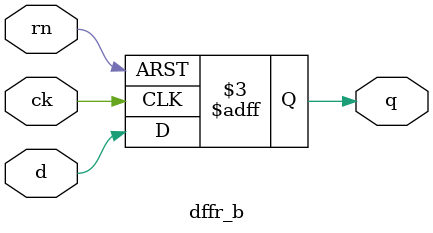
<source format=v>
`celldefine
module dffr_b (q, d, ck, rn);
  output q;
  input  d;
  input  ck;
  input  rn;

  always @ (posedge ck or negedge rn)
     if (~rn)
        q <= 1'b0;
     else 
        q <= d;

endmodule
`endcelldefine

</source>
